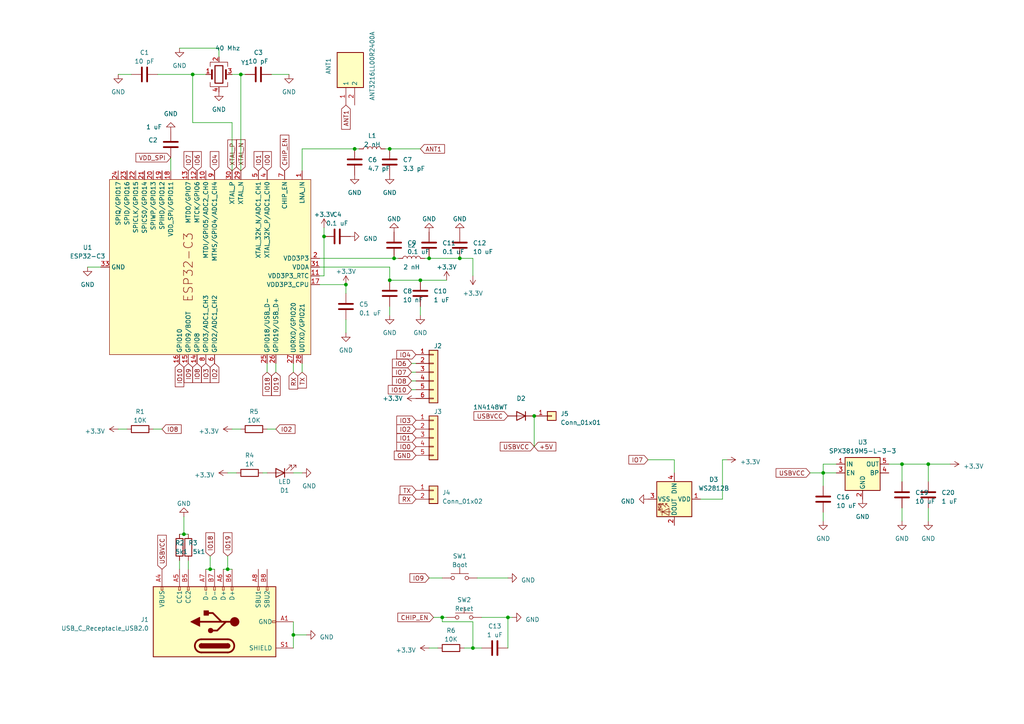
<source format=kicad_sch>
(kicad_sch (version 20230121) (generator eeschema)
  (paper "A4")
  (lib_symbols
    (symbol "Connector:USB_C_Receptacle_USB2.0" (pin_names (offset 1.016))
      (property "Reference" "J" (at -10.16 19.05 0))
      (property "Value" "USB_C_Receptacle_USB2.0" (at 19.05 19.05 0))
      (symbol "USB_C_Receptacle_USB2.0_0_0"
        (rectangle (start -0.254 -17.78) (end 0.254 -16.764))
        (rectangle (start 10.16 -14.986) (end 9.144 -15.494))
        (rectangle (start 10.16 -12.446) (end 9.144 -12.954))
        (rectangle (start 10.16 -4.826) (end 9.144 -5.334))
        (rectangle (start 10.16 -2.286) (end 9.144 -2.794))
        (rectangle (start 10.16 0.254) (end 9.144 -0.254))
        (rectangle (start 10.16 2.794) (end 9.144 2.286))
        (rectangle (start 10.16 7.874) (end 9.144 7.366))
        (rectangle (start 10.16 10.414) (end 9.144 9.906))
        (rectangle (start 10.16 15.494) (end 9.144 14.986))
      )
      (symbol "USB_C_Receptacle_USB2.0_0_1"
        (rectangle (start -10.16 17.78) (end 10.16 -17.78) (stroke (width 0.254)) (fill (type background)))
        (arc (start -8.89 -3.81) (mid -6.985 -5.7067) (end -5.08 -3.81) (stroke (width 0.508)))
        (arc (start -7.62 -3.81) (mid -6.985 -4.4423) (end -6.35 -3.81) (stroke (width 0.254)))
        (arc (start -7.62 -3.81) (mid -6.985 -4.4423) (end -6.35 -3.81) (stroke (width 0.254)) (fill (type outline)))
        (rectangle (start -7.62 -3.81) (end -6.35 3.81) (stroke (width 0.254)) (fill (type outline)))
        (arc (start -6.35 3.81) (mid -6.985 4.4423) (end -7.62 3.81) (stroke (width 0.254)))
        (arc (start -6.35 3.81) (mid -6.985 4.4423) (end -7.62 3.81) (stroke (width 0.254)) (fill (type outline)))
        (arc (start -5.08 3.81) (mid -6.985 5.7067) (end -8.89 3.81) (stroke (width 0.508)))
        (circle (center -2.54 1.143) (radius 0.635) (stroke (width 0.254)) (fill (type outline)))
        (circle (center 0 -5.842) (radius 1.27) (fill (type outline)))
        (polyline (pts (xy -8.89 -3.81) (xy -8.89 3.81)) (stroke (width 0.508)))
        (polyline (pts (xy -5.08 3.81) (xy -5.08 -3.81)) (stroke (width 0.508)))
        (polyline (pts (xy 0 -5.842) (xy 0 4.318)) (stroke (width 0.508)))
        (polyline (pts (xy 0 -3.302) (xy -2.54 -0.762) (xy -2.54 0.508)) (stroke (width 0.508)))
        (polyline (pts (xy 0 -2.032) (xy 2.54 0.508) (xy 2.54 1.778)) (stroke (width 0.508)))
        (polyline (pts (xy -1.27 4.318) (xy 0 6.858) (xy 1.27 4.318) (xy -1.27 4.318)) (stroke (width 0.254)) (fill (type outline)))
        (rectangle (start 1.905 1.778) (end 3.175 3.048) (stroke (width 0.254)) (fill (type outline)))
      )
      (symbol "USB_C_Receptacle_USB2.0_1_1"
        (pin passive line (at 0 -22.86 90) (length 5.08) (name "GND") (number "A1"))
        (pin passive line (at 0 -22.86 90) (length 5.08) hide (name "GND") (number "A12"))
        (pin passive line (at 15.24 15.24 180) (length 5.08) (name "VBUS") (number "A4"))
        (pin bidirectional line (at 15.24 10.16 180) (length 5.08) (name "CC1") (number "A5"))
        (pin bidirectional line (at 15.24 -2.54 180) (length 5.08) (name "D+") (number "A6"))
        (pin bidirectional line (at 15.24 2.54 180) (length 5.08) (name "D-") (number "A7"))
        (pin bidirectional line (at 15.24 -12.7 180) (length 5.08) (name "SBU1") (number "A8"))
        (pin passive line (at 15.24 15.24 180) (length 5.08) hide (name "VBUS") (number "A9"))
        (pin passive line (at 0 -22.86 90) (length 5.08) hide (name "GND") (number "B1"))
        (pin passive line (at 0 -22.86 90) (length 5.08) hide (name "GND") (number "B12"))
        (pin passive line (at 15.24 15.24 180) (length 5.08) hide (name "VBUS") (number "B4"))
        (pin bidirectional line (at 15.24 7.62 180) (length 5.08) (name "CC2") (number "B5"))
        (pin bidirectional line (at 15.24 -5.08 180) (length 5.08) (name "D+") (number "B6"))
        (pin bidirectional line (at 15.24 0 180) (length 5.08) (name "D-") (number "B7"))
        (pin bidirectional line (at 15.24 -15.24 180) (length 5.08) (name "SBU2") (number "B8"))
        (pin passive line (at 15.24 15.24 180) (length 5.08) hide (name "VBUS") (number "B9"))
        (pin passive line (at -7.62 -22.86 90) (length 5.08) (name "SHIELD") (number "S1"))
      )
    )
    (symbol "Connector_Generic:Conn_01x01" (pin_names (offset 1.016) hide)
      (property "Reference" "J" (at 0 2.54 0))
      (property "Value" "Conn_01x01" (at 0 -2.54 0))
      (symbol "Conn_01x01_1_1"
        (rectangle (start -1.27 0.127) (end 0 -0.127) (stroke (width 0.1524)))
        (rectangle (start -1.27 1.27) (end 1.27 -1.27) (stroke (width 0.254)) (fill (type background)))
        (pin passive line (at -5.08 0 0) (length 3.81) (name "Pin_1") (number "1"))
      )
    )
    (symbol "Connector_Generic:Conn_01x05" (pin_names (offset 1.016) hide)
      (property "Reference" "J" (at 0 7.62 0))
      (property "Value" "Conn_01x05" (at 0 -7.62 0))
      (symbol "Conn_01x05_1_1"
        (rectangle (start -1.27 -4.953) (end 0 -5.207) (stroke (width 0.1524)))
        (rectangle (start -1.27 -2.413) (end 0 -2.667) (stroke (width 0.1524)))
        (rectangle (start -1.27 0.127) (end 0 -0.127) (stroke (width 0.1524)))
        (rectangle (start -1.27 2.667) (end 0 2.413) (stroke (width 0.1524)))
        (rectangle (start -1.27 5.207) (end 0 4.953) (stroke (width 0.1524)))
        (rectangle (start -1.27 6.35) (end 1.27 -6.35) (stroke (width 0.254)) (fill (type background)))
        (pin passive line (at -5.08 5.08 0) (length 3.81) (name "Pin_1") (number "1"))
        (pin passive line (at -5.08 2.54 0) (length 3.81) (name "Pin_2") (number "2"))
        (pin passive line (at -5.08 0 0) (length 3.81) (name "Pin_3") (number "3"))
        (pin passive line (at -5.08 -2.54 0) (length 3.81) (name "Pin_4") (number "4"))
        (pin passive line (at -5.08 -5.08 0) (length 3.81) (name "Pin_5") (number "5"))
      )
    )
    (symbol "Connector_Generic:Conn_01x06" (pin_names (offset 1.016) hide)
      (property "Reference" "J" (at 0 7.62 0))
      (property "Value" "Conn_01x06" (at 0 -10.16 0))
      (symbol "Conn_01x06_1_1"
        (rectangle (start -1.27 -7.493) (end 0 -7.747) (stroke (width 0.1524)))
        (rectangle (start -1.27 -4.953) (end 0 -5.207) (stroke (width 0.1524)))
        (rectangle (start -1.27 -2.413) (end 0 -2.667) (stroke (width 0.1524)))
        (rectangle (start -1.27 0.127) (end 0 -0.127) (stroke (width 0.1524)))
        (rectangle (start -1.27 2.667) (end 0 2.413) (stroke (width 0.1524)))
        (rectangle (start -1.27 5.207) (end 0 4.953) (stroke (width 0.1524)))
        (rectangle (start -1.27 6.35) (end 1.27 -8.89) (stroke (width 0.254)) (fill (type background)))
        (pin passive line (at -5.08 5.08 0) (length 3.81) (name "Pin_1") (number "1"))
        (pin passive line (at -5.08 2.54 0) (length 3.81) (name "Pin_2") (number "2"))
        (pin passive line (at -5.08 0 0) (length 3.81) (name "Pin_3") (number "3"))
        (pin passive line (at -5.08 -2.54 0) (length 3.81) (name "Pin_4") (number "4"))
        (pin passive line (at -5.08 -5.08 0) (length 3.81) (name "Pin_5") (number "5"))
        (pin passive line (at -5.08 -7.62 0) (length 3.81) (name "Pin_6") (number "6"))
      )
    )
    (symbol "Device:C" (pin_numbers hide) (pin_names (offset 0.254))
      (property "Reference" "C" (at 0.635 2.54 0))
      (property "Value" "C" (at 0.635 -2.54 0))
      (symbol "C_0_1"
        (polyline (pts (xy -2.032 -0.762) (xy 2.032 -0.762)) (stroke (width 0.508)))
        (polyline (pts (xy -2.032 0.762) (xy 2.032 0.762)) (stroke (width 0.508)))
      )
      (symbol "C_1_1"
        (pin passive line (at 0 3.81 270) (length 2.794) (name "~") (number "1"))
        (pin passive line (at 0 -3.81 90) (length 2.794) (name "~") (number "2"))
      )
    )
    (symbol "Device:Crystal_GND24" (pin_names (offset 1.016) hide)
      (property "Reference" "Y" (at 3.175 5.08 0))
      (property "Value" "Crystal_GND24" (at 3.175 3.175 0))
      (symbol "Crystal_GND24_0_1"
        (rectangle (start -1.143 2.54) (end 1.143 -2.54) (stroke (width 0.3048)))
        (polyline (pts (xy -2.54 0) (xy -2.032 0)))
        (polyline (pts (xy -2.032 -1.27) (xy -2.032 1.27)) (stroke (width 0.508)))
        (polyline (pts (xy 0 -3.81) (xy 0 -3.556)))
        (polyline (pts (xy 0 3.556) (xy 0 3.81)))
        (polyline (pts (xy 2.032 -1.27) (xy 2.032 1.27)) (stroke (width 0.508)))
        (polyline (pts (xy 2.032 0) (xy 2.54 0)))
        (polyline (pts (xy -2.54 -2.286) (xy -2.54 -3.556) (xy 2.54 -3.556) (xy 2.54 -2.286)))
        (polyline (pts (xy -2.54 2.286) (xy -2.54 3.556) (xy 2.54 3.556) (xy 2.54 2.286)))
      )
      (symbol "Crystal_GND24_1_1"
        (pin passive line (at -3.81 0 0) (length 1.27) (name "1") (number "1"))
        (pin passive line (at 0 5.08 270) (length 1.27) (name "2") (number "2"))
        (pin passive line (at 3.81 0 180) (length 1.27) (name "3") (number "3"))
        (pin passive line (at 0 -5.08 90) (length 1.27) (name "4") (number "4"))
      )
    )
    (symbol "Device:L" (pin_numbers hide) (pin_names (offset 1.016) hide)
      (property "Reference" "L" (at -1.27 0 90))
      (property "Value" "L" (at 1.905 0 90))
      (symbol "L_0_1"
        (arc (start 0 -2.54) (mid 0.6323 -1.905) (end 0 -1.27))
        (arc (start 0 -1.27) (mid 0.6323 -0.635) (end 0 0))
        (arc (start 0 0) (mid 0.6323 0.635) (end 0 1.27))
        (arc (start 0 1.27) (mid 0.6323 1.905) (end 0 2.54))
      )
      (symbol "L_1_1"
        (pin passive line (at 0 3.81 270) (length 1.27) (name "1") (number "1"))
        (pin passive line (at 0 -3.81 90) (length 1.27) (name "2") (number "2"))
      )
    )
    (symbol "Device:LED" (pin_numbers hide) (pin_names (offset 1.016) hide)
      (property "Reference" "D" (at 0 2.54 0))
      (property "Value" "LED" (at 0 -2.54 0))
      (symbol "LED_0_1"
        (polyline (pts (xy -1.27 -1.27) (xy -1.27 1.27)) (stroke (width 0.254)))
        (polyline (pts (xy -1.27 0) (xy 1.27 0)))
        (polyline (pts (xy 1.27 -1.27) (xy 1.27 1.27) (xy -1.27 0) (xy 1.27 -1.27)) (stroke (width 0.254)))
        (polyline (pts (xy -3.048 -0.762) (xy -4.572 -2.286) (xy -3.81 -2.286) (xy -4.572 -2.286) (xy -4.572 -1.524)))
        (polyline (pts (xy -1.778 -0.762) (xy -3.302 -2.286) (xy -2.54 -2.286) (xy -3.302 -2.286) (xy -3.302 -1.524)))
      )
      (symbol "LED_1_1"
        (pin passive line (at -3.81 0 0) (length 2.54) (name "K") (number "1"))
        (pin passive line (at 3.81 0 180) (length 2.54) (name "A") (number "2"))
      )
    )
    (symbol "Device:R" (pin_numbers hide) (pin_names (offset 0))
      (property "Reference" "R" (at 2.032 0 90))
      (property "Value" "R" (at 0 0 90))
      (symbol "R_0_1"
        (rectangle (start -1.016 -2.54) (end 1.016 2.54) (stroke (width 0.254)))
      )
      (symbol "R_1_1"
        (pin passive line (at 0 3.81 270) (length 1.27) (name "~") (number "1"))
        (pin passive line (at 0 -3.81 90) (length 1.27) (name "~") (number "2"))
      )
    )
    (symbol "Diode:1N4148WT" (pin_numbers hide) (pin_names hide)
      (property "Reference" "D" (at 0 2.54 0))
      (property "Value" "1N4148WT" (at 0 -2.54 0))
      (symbol "1N4148WT_0_1"
        (polyline (pts (xy -1.27 1.27) (xy -1.27 -1.27)) (stroke (width 0.254)))
        (polyline (pts (xy 1.27 0) (xy -1.27 0)))
        (polyline (pts (xy 1.27 1.27) (xy 1.27 -1.27) (xy -1.27 0) (xy 1.27 1.27)) (stroke (width 0.254)))
      )
      (symbol "1N4148WT_1_1"
        (pin passive line (at -3.81 0 0) (length 2.54) (name "K") (number "1"))
        (pin passive line (at 3.81 0 180) (length 2.54) (name "A") (number "2"))
      )
    )
    (symbol "Espressif:ESP32-C3"
      (property "Reference" "U" (at -25.4 35.56 0))
      (property "Value" "ESP32-C3" (at -25.4 33.02 0))
      (symbol "ESP32-C3_0_0"
        (text "ESP32-C3" (at 0 -5.08 0) (effects (font (size 2.54 2.54))))
        (pin bidirectional line (at -27.94 27.94 0) (length 2.54) (name "LNA_IN") (number "1"))
        (pin bidirectional line (at -27.94 0 0) (length 2.54) (name "MTDI/GPIO5/ADC2_CH0") (number "10"))
        (pin power_in line (at 2.54 33.02 270) (length 2.54) (name "VDD3P3_RTC") (number "11"))
        (pin bidirectional line (at -27.94 -2.54 0) (length 2.54) (name "MTCK/GPIO6") (number "12"))
        (pin bidirectional line (at -27.94 -5.08 0) (length 2.54) (name "MTDO/GPIO7") (number "13"))
        (pin bidirectional line (at 27.94 -2.54 180) (length 2.54) (name "GPIO8") (number "14"))
        (pin bidirectional line (at 27.94 -5.08 180) (length 2.54) (name "GPIO9/BOOT") (number "15"))
        (pin bidirectional line (at 27.94 -7.62 180) (length 2.54) (name "GPIO10") (number "16"))
        (pin power_in line (at 5.08 33.02 270) (length 2.54) (name "VDD3P3_CPU") (number "17"))
        (pin bidirectional line (at -27.94 -10.16 0) (length 2.54) (name "VDD_SPI/GPIO11") (number "18"))
        (pin bidirectional line (at -27.94 -12.7 0) (length 2.54) (name "SPIHD/GPIO12") (number "19"))
        (pin power_in line (at -2.54 33.02 270) (length 2.54) (name "VDD3P3") (number "2"))
        (pin bidirectional line (at -27.94 -15.24 0) (length 2.54) (name "SPIWP/GPIO13") (number "20"))
        (pin bidirectional line (at -27.94 -17.78 0) (length 2.54) (name "SPICS0/GPIO14") (number "21"))
        (pin bidirectional line (at -27.94 -20.32 0) (length 2.54) (name "SPICLK/GPIO15") (number "22"))
        (pin bidirectional line (at -27.94 -22.86 0) (length 2.54) (name "SPID/GPIO16") (number "23"))
        (pin bidirectional line (at -27.94 -25.4 0) (length 2.54) (name "SPIQ/GPIO17") (number "24"))
        (pin bidirectional line (at 27.94 17.78 180) (length 2.54) (name "GPIO18/USB_D-") (number "25"))
        (pin bidirectional line (at 27.94 20.32 180) (length 2.54) (name "GPIO19/USB_D+") (number "26"))
        (pin bidirectional line (at 27.94 25.4 180) (length 2.54) (name "U0RXD/GPIO20") (number "27"))
        (pin bidirectional line (at 27.94 27.94 180) (length 2.54) (name "U0TXD/GPIO21") (number "28"))
        (pin output line (at -27.94 10.16 0) (length 2.54) (name "XTAL_N") (number "29"))
        (pin input line (at -27.94 7.62 0) (length 2.54) (name "XTAL_P") (number "30"))
        (pin power_in line (at 0 33.02 270) (length 2.54) (name "VDDA") (number "31"))
        (pin power_in line (at 0 -30.48 90) (length 2.54) (name "GND") (number "33"))
        (pin output line (at -27.94 17.78 0) (length 2.54) (name "XTAL_32K_P/ADC1_CH0") (number "4"))
        (pin input line (at -27.94 15.24 0) (length 2.54) (name "XTAL_32K_N/ADC1_CH1") (number "5"))
        (pin bidirectional line (at 27.94 2.54 180) (length 2.54) (name "GPIO2/ADC1_CH2") (number "6"))
        (pin input line (at -27.94 22.86 0) (length 2.54) (name "CHIP_EN") (number "7"))
        (pin bidirectional line (at 27.94 0 180) (length 2.54) (name "GPIO3/ADC1_CH3") (number "8"))
        (pin bidirectional line (at -27.94 2.54 0) (length 2.54) (name "MTMS/GPIO4/ADC1_CH4") (number "9"))
      )
      (symbol "ESP32-C3_0_1"
        (rectangle (start -25.4 30.48) (end 25.4 -27.94) (fill (type background)))
        (pin passive line (at -2.54 33.02 270) (length 2.54) hide (name "VDD3P3") (number "3"))
        (pin passive line (at 0 33.02 270) (length 2.54) hide (name "VDDA") (number "32"))
      )
    )
    (symbol "LED:WS2812B" (pin_names (offset 0.254))
      (property "Reference" "D" (at 5.08 5.715 0))
      (property "Value" "WS2812B" (at 1.27 -5.715 0))
      (symbol "WS2812B_0_0"
        (text "RGB" (at 2.286 -4.191 0) (effects (font (size 0.762 0.762))))
      )
      (symbol "WS2812B_0_1"
        (polyline (pts (xy 1.27 -3.556) (xy 1.778 -3.556)))
        (polyline (pts (xy 1.27 -2.54) (xy 1.778 -2.54)))
        (polyline (pts (xy 4.699 -3.556) (xy 2.667 -3.556)))
        (polyline (pts (xy 2.286 -2.54) (xy 1.27 -3.556) (xy 1.27 -3.048)))
        (polyline (pts (xy 2.286 -1.524) (xy 1.27 -2.54) (xy 1.27 -2.032)))
        (polyline (pts (xy 3.683 -1.016) (xy 3.683 -3.556) (xy 3.683 -4.064)))
        (polyline (pts (xy 4.699 -1.524) (xy 2.667 -1.524) (xy 3.683 -3.556) (xy 4.699 -1.524)))
        (rectangle (start 5.08 5.08) (end -5.08 -5.08) (stroke (width 0.254)) (fill (type background)))
      )
      (symbol "WS2812B_1_1"
        (pin power_in line (at 0 7.62 270) (length 2.54) (name "VDD") (number "1"))
        (pin output line (at 7.62 0 180) (length 2.54) (name "DOUT") (number "2"))
        (pin power_in line (at 0 -7.62 90) (length 2.54) (name "VSS") (number "3"))
        (pin input line (at -7.62 0 0) (length 2.54) (name "DIN") (number "4"))
      )
    )
    (symbol "PCM_4ms_Connector:Conn_01x02" (pin_names (offset 1.016) hide)
      (property "Reference" "J" (at 0 2.54 0))
      (property "Value" "Conn_01x02" (at 0 -5.08 0))
      (symbol "Conn_01x02_1_1"
        (rectangle (start -1.27 -2.413) (end 0 -2.667) (stroke (width 0.1524)))
        (rectangle (start -1.27 0.127) (end 0 -0.127) (stroke (width 0.1524)))
        (rectangle (start -1.27 1.27) (end 1.27 -3.81) (stroke (width 0.254)) (fill (type background)))
        (pin passive line (at -5.08 0 0) (length 3.81) (name "Pin_1") (number "1"))
        (pin passive line (at -5.08 -2.54 0) (length 3.81) (name "Pin_2") (number "2"))
      )
    )
    (symbol "PulseAntenna:ANT3216LL00R2400A"
      (property "Reference" "ANT1" (at 6.35 10.795 90))
      (property "Value" "ANT3216LL00R2400A" (at 6.35 8.255 90))
      (symbol "ANT3216LL00R2400A_1_1"
        (rectangle (start 5.08 2.54) (end 15.24 -5.08) (stroke (width 0.254)) (fill (type background)))
        (pin passive line (at 0 0 0) (length 5.08) (name "1") (number "1"))
        (pin passive line (at 0 -2.54 0) (length 5.08) (name "2") (number "2"))
      )
    )
    (symbol "Regulator_Linear:SPX3819M5-L-3-3" (pin_names (offset 0.254))
      (property "Reference" "U" (at -3.81 5.715 0))
      (property "Value" "SPX3819M5-L-3-3" (at 0 5.715 0))
      (symbol "SPX3819M5-L-3-3_0_1"
        (rectangle (start -5.08 4.445) (end 5.08 -5.08) (stroke (width 0.254)) (fill (type background)))
      )
      (symbol "SPX3819M5-L-3-3_1_1"
        (pin power_in line (at -7.62 2.54 0) (length 2.54) (name "IN") (number "1"))
        (pin power_in line (at 0 -7.62 90) (length 2.54) (name "GND") (number "2"))
        (pin input line (at -7.62 0 0) (length 2.54) (name "EN") (number "3"))
        (pin input line (at 7.62 0 180) (length 2.54) (name "BP") (number "4"))
        (pin power_out line (at 7.62 2.54 180) (length 2.54) (name "OUT") (number "5"))
      )
    )
    (symbol "Switch:SW_Push" (pin_numbers hide) (pin_names (offset 1.016) hide)
      (property "Reference" "SW" (at 1.27 2.54 0))
      (property "Value" "SW_Push" (at 0 -1.524 0))
      (symbol "SW_Push_0_1"
        (circle (center -2.032 0) (radius 0.508))
        (polyline (pts (xy 0 1.27) (xy 0 3.048)))
        (polyline (pts (xy 2.54 1.27) (xy -2.54 1.27)))
        (circle (center 2.032 0) (radius 0.508))
        (pin passive line (at -5.08 0 0) (length 2.54) (name "1") (number "1"))
        (pin passive line (at 5.08 0 180) (length 2.54) (name "2") (number "2"))
      )
    )
    (symbol "power:+3.3V" (power) (pin_names (offset 0))
      (property "Value" "+3.3V" (at 0 3.556 0))
      (symbol "+3.3V_0_1"
        (polyline (pts (xy -0.762 1.27) (xy 0 2.54)))
        (polyline (pts (xy 0 0) (xy 0 2.54)))
        (polyline (pts (xy 0 2.54) (xy 0.762 1.27)))
      )
      (symbol "+3.3V_1_1"
        (pin power_in line (at 0 0 90) (length 0) hide (name "+3.3V") (number "1"))
      )
    )
    (symbol "power:GND" (power) (pin_names (offset 0))
      (property "Value" "GND" (at 0 -3.81 0))
      (symbol "GND_0_1"
        (polyline (pts (xy 0 0) (xy 0 -1.27) (xy 1.27 -1.27) (xy 0 -2.54) (xy -1.27 -1.27) (xy 0 -1.27)))
      )
      (symbol "GND_1_1"
        (pin power_in line (at 0 0 270) (length 0) hide (name "GND") (number "1"))
      )
    )
  )
  (junction (at 69.85 21.59))
  (junction (at 100.33 82.55))
  (junction (at 55.88 21.59))
  (junction (at 102.87 43.18))
  (junction (at 114.3 74.93))
  (junction (at 154.94 120.65))
  (junction (at 133.35 74.93))
  (junction (at 53.34 154.94))
  (junction (at 113.03 81.28))
  (junction (at 121.92 81.28))
  (junction (at 128.27 179.07))
  (junction (at 85.09 184.15))
  (junction (at 113.03 43.18))
  (junction (at 147.32 179.07))
  (junction (at 261.62 134.62))
  (junction (at 137.16 187.96))
  (junction (at 60.96 165.1))
  (junction (at 66.04 165.1))
  (junction (at 93.98 68.58))
  (junction (at 238.76 137.16))
  (junction (at 269.24 134.62))
  (junction (at 124.46 74.93))
  (wire (pts (xy 120.65 105.41) (xy 119.38 105.41)))
  (wire (pts (xy 104.14 43.18) (xy 102.87 43.18)))
  (wire (pts (xy 209.55 144.78) (xy 209.55 133.35)))
  (wire (pts (xy 124.46 74.93) (xy 133.35 74.93)))
  (wire (pts (xy 154.94 129.54) (xy 154.94 120.65)))
  (wire (pts (xy 55.88 21.59) (xy 55.88 35.56)))
  (wire (pts (xy 100.33 92.71) (xy 100.33 96.52)))
  (wire (pts (xy 69.85 21.59) (xy 69.85 49.53)))
  (wire (pts (xy 52.07 154.94) (xy 53.34 154.94)))
  (wire (pts (xy 113.03 81.28) (xy 121.92 81.28)))
  (wire (pts (xy 77.47 124.46) (xy 80.01 124.46)))
  (wire (pts (xy 123.19 74.93) (xy 124.46 74.93)))
  (wire (pts (xy 261.62 134.62) (xy 261.62 139.7)))
  (wire (pts (xy 85.09 180.34) (xy 85.09 184.15)))
  (wire (pts (xy 137.16 74.93) (xy 137.16 80.01)))
  (wire (pts (xy 137.16 187.96) (xy 139.7 187.96)))
  (wire (pts (xy 85.09 184.15) (xy 85.09 187.96)))
  (wire (pts (xy 134.62 187.96) (xy 137.16 187.96)))
  (wire (pts (xy 234.95 137.16) (xy 238.76 137.16)))
  (wire (pts (xy 124.46 187.96) (xy 127 187.96)))
  (wire (pts (xy 128.27 179.07) (xy 129.54 179.07)))
  (wire (pts (xy 113.03 77.47) (xy 113.03 81.28)))
  (wire (pts (xy 92.71 80.01) (xy 93.98 80.01)))
  (wire (pts (xy 125.73 179.07) (xy 128.27 179.07)))
  (wire (pts (xy 52.07 13.97) (xy 63.5 13.97)))
  (wire (pts (xy 238.76 137.16) (xy 238.76 140.97)))
  (wire (pts (xy 67.31 21.59) (xy 69.85 21.59)))
  (wire (pts (xy 64.77 165.1) (xy 66.04 165.1)))
  (wire (pts (xy 71.12 21.59) (xy 69.85 21.59)))
  (wire (pts (xy 124.46 167.64) (xy 128.27 167.64)))
  (wire (pts (xy 148.59 179.07) (xy 147.32 179.07)))
  (wire (pts (xy 113.03 43.18) (xy 111.76 43.18)))
  (wire (pts (xy 67.31 49.53) (xy 67.31 35.56)))
  (wire (pts (xy 269.24 151.13) (xy 269.24 147.32)))
  (wire (pts (xy 63.5 13.97) (xy 63.5 16.51)))
  (wire (pts (xy 34.29 124.46) (xy 36.83 124.46)))
  (wire (pts (xy 120.65 107.95) (xy 119.38 107.95)))
  (wire (pts (xy 133.35 74.93) (xy 137.16 74.93)))
  (wire (pts (xy 120.65 113.03) (xy 119.38 113.03)))
  (wire (pts (xy 85.09 137.16) (xy 87.63 137.16)))
  (wire (pts (xy 269.24 134.62) (xy 269.24 139.7)))
  (wire (pts (xy 93.98 68.58) (xy 93.98 80.01)))
  (wire (pts (xy 92.71 74.93) (xy 114.3 74.93)))
  (wire (pts (xy 238.76 134.62) (xy 242.57 134.62)))
  (wire (pts (xy 34.29 21.59) (xy 38.1 21.59)))
  (wire (pts (xy 87.63 105.41) (xy 87.63 107.95)))
  (wire (pts (xy 203.2 144.78) (xy 209.55 144.78)))
  (wire (pts (xy 76.2 137.16) (xy 77.47 137.16)))
  (wire (pts (xy 87.63 43.18) (xy 102.87 43.18)))
  (wire (pts (xy 67.31 35.56) (xy 55.88 35.56)))
  (wire (pts (xy 25.4 77.47) (xy 29.21 77.47)))
  (wire (pts (xy 52.07 162.56) (xy 52.07 165.1)))
  (wire (pts (xy 120.65 110.49) (xy 119.38 110.49)))
  (wire (pts (xy 49.53 45.72) (xy 49.53 49.53)))
  (wire (pts (xy 261.62 147.32) (xy 261.62 151.13)))
  (wire (pts (xy 77.47 105.41) (xy 77.47 107.95)))
  (wire (pts (xy 53.34 154.94) (xy 54.61 154.94)))
  (wire (pts (xy 85.09 105.41) (xy 85.09 107.95)))
  (wire (pts (xy 85.09 184.15) (xy 88.9 184.15)))
  (wire (pts (xy 114.3 74.93) (xy 115.57 74.93)))
  (wire (pts (xy 261.62 134.62) (xy 269.24 134.62)))
  (wire (pts (xy 121.92 43.18) (xy 113.03 43.18)))
  (wire (pts (xy 195.58 137.16) (xy 195.58 133.35)))
  (wire (pts (xy 66.04 137.16) (xy 68.58 137.16)))
  (wire (pts (xy 44.45 124.46) (xy 46.99 124.46)))
  (wire (pts (xy 60.96 165.1) (xy 62.23 165.1)))
  (wire (pts (xy 137.16 180.34) (xy 128.27 180.34)))
  (wire (pts (xy 209.55 133.35) (xy 210.82 133.35)))
  (wire (pts (xy 100.33 82.55) (xy 92.71 82.55)))
  (wire (pts (xy 59.69 165.1) (xy 60.96 165.1)))
  (wire (pts (xy 139.7 179.07) (xy 147.32 179.07)))
  (wire (pts (xy 54.61 162.56) (xy 54.61 165.1)))
  (wire (pts (xy 45.72 21.59) (xy 55.88 21.59)))
  (wire (pts (xy 67.31 124.46) (xy 69.85 124.46)))
  (wire (pts (xy 238.76 148.59) (xy 238.76 151.13)))
  (wire (pts (xy 113.03 88.9) (xy 113.03 91.44)))
  (wire (pts (xy 100.33 82.55) (xy 100.33 85.09)))
  (wire (pts (xy 59.69 21.59) (xy 55.88 21.59)))
  (wire (pts (xy 87.63 43.18) (xy 87.63 49.53)))
  (wire (pts (xy 269.24 134.62) (xy 275.59 134.62)))
  (wire (pts (xy 257.81 134.62) (xy 261.62 134.62)))
  (wire (pts (xy 187.96 133.35) (xy 195.58 133.35)))
  (wire (pts (xy 78.74 21.59) (xy 83.82 21.59)))
  (wire (pts (xy 60.96 161.29) (xy 60.96 165.1)))
  (wire (pts (xy 66.04 165.1) (xy 67.31 165.1)))
  (wire (pts (xy 80.01 105.41) (xy 80.01 107.95)))
  (wire (pts (xy 238.76 134.62) (xy 238.76 137.16)))
  (wire (pts (xy 128.27 180.34) (xy 128.27 179.07)))
  (wire (pts (xy 121.92 88.9) (xy 121.92 91.44)))
  (wire (pts (xy 53.34 149.86) (xy 53.34 154.94)))
  (wire (pts (xy 147.32 187.96) (xy 147.32 179.07)))
  (wire (pts (xy 138.43 167.64) (xy 147.32 167.64)))
  (wire (pts (xy 121.92 81.28) (xy 129.54 81.28)))
  (wire (pts (xy 137.16 187.96) (xy 137.16 180.34)))
  (wire (pts (xy 113.03 77.47) (xy 92.71 77.47)))
  (wire (pts (xy 93.98 66.04) (xy 93.98 68.58)))
  (wire (pts (xy 66.04 161.29) (xy 66.04 165.1)))
  (wire (pts (xy 238.76 137.16) (xy 242.57 137.16)))
  (global_label "IO8" (shape input) (at 46.99 124.46 0) (property "Intersheetrefs" "${INTERSHEET_REFS}" (effects hide)))
  (global_label "IO2" (shape input) (at 80.01 124.46 0) (property "Intersheetrefs" "${INTERSHEET_REFS}" (effects hide)))
  (global_label "CHIP_EN" (shape input) (at 82.55 49.53 90) (property "Intersheetrefs" "${INTERSHEET_REFS}" (effects hide)))
  (global_label "IO10" (shape input) (at 119.38 113.03 180) (property "Intersheetrefs" "${INTERSHEET_REFS}" (effects hide)))
  (global_label "IO6" (shape input) (at 57.15 49.53 90) (property "Intersheetrefs" "${INTERSHEET_REFS}" (effects hide)))
  (global_label "IO3" (shape input) (at 120.65 121.92 180) (property "Intersheetrefs" "${INTERSHEET_REFS}" (effects hide)))
  (global_label "IO4" (shape input) (at 120.65 102.87 180) (property "Intersheetrefs" "${INTERSHEET_REFS}" (effects hide)))
  (global_label "IO7" (shape input) (at 119.38 107.95 180) (property "Intersheetrefs" "${INTERSHEET_REFS}" (effects hide)))
  (global_label "IO9" (shape input) (at 54.61 105.41 270) (property "Intersheetrefs" "${INTERSHEET_REFS}" (effects hide)))
  (global_label "VDD_SPI" (shape input) (at 49.53 45.72 180) (property "Intersheetrefs" "${INTERSHEET_REFS}" (effects hide)))
  (global_label "USBVCC" (shape input) (at 154.94 129.54 180) (property "Intersheetrefs" "${INTERSHEET_REFS}" (effects hide)))
  (global_label "ANT1" (shape input) (at 100.33 30.48 270) (property "Intersheetrefs" "${INTERSHEET_REFS}" (effects hide)))
  (global_label "IO0" (shape input) (at 77.47 49.53 90) (property "Intersheetrefs" "${INTERSHEET_REFS}" (effects hide)))
  (global_label "USBVCC" (shape input) (at 147.32 120.65 180) (property "Intersheetrefs" "${INTERSHEET_REFS}" (effects hide)))
  (global_label "IO18" (shape input) (at 60.96 161.29 90) (property "Intersheetrefs" "${INTERSHEET_REFS}" (effects hide)))
  (global_label "IO10" (shape input) (at 52.07 105.41 270) (property "Intersheetrefs" "${INTERSHEET_REFS}" (effects hide)))
  (global_label "CHIP_EN" (shape input) (at 125.73 179.07 180) (property "Intersheetrefs" "${INTERSHEET_REFS}" (effects hide)))
  (global_label "IO2" (shape input) (at 120.65 124.46 180) (property "Intersheetrefs" "${INTERSHEET_REFS}" (effects hide)))
  (global_label "TX" (shape input) (at 87.63 107.95 270) (property "Intersheetrefs" "${INTERSHEET_REFS}" (effects hide)))
  (global_label "IO7" (shape input) (at 187.96 133.35 180) (property "Intersheetrefs" "${INTERSHEET_REFS}" (effects hide)))
  (global_label "IO3" (shape input) (at 59.69 105.41 270) (property "Intersheetrefs" "${INTERSHEET_REFS}" (effects hide)))
  (global_label "IO8" (shape input) (at 119.38 110.49 180) (property "Intersheetrefs" "${INTERSHEET_REFS}" (effects hide)))
  (global_label "IO6" (shape input) (at 119.38 105.41 180) (property "Intersheetrefs" "${INTERSHEET_REFS}" (effects hide)))
  (global_label "USBVCC" (shape input) (at 234.95 137.16 180) (property "Intersheetrefs" "${INTERSHEET_REFS}" (effects hide)))
  (global_label "IO1" (shape input) (at 120.65 127 180) (property "Intersheetrefs" "${INTERSHEET_REFS}" (effects hide)))
  (global_label "IO19" (shape input) (at 66.04 161.29 90) (property "Intersheetrefs" "${INTERSHEET_REFS}" (effects hide)))
  (global_label "ANT1" (shape input) (at 121.92 43.18 0) (property "Intersheetrefs" "${INTERSHEET_REFS}" (effects hide)))
  (global_label "IO2" (shape input) (at 62.23 105.41 270) (property "Intersheetrefs" "${INTERSHEET_REFS}" (effects hide)))
  (global_label "USBVCC" (shape input) (at 46.99 165.1 90) (property "Intersheetrefs" "${INTERSHEET_REFS}" (effects hide)))
  (global_label "IO7" (shape input) (at 54.61 49.53 90) (property "Intersheetrefs" "${INTERSHEET_REFS}" (effects hide)))
  (global_label "TX" (shape input) (at 120.65 142.24 180) (property "Intersheetrefs" "${INTERSHEET_REFS}" (effects hide)))
  (global_label "IO0" (shape input) (at 120.65 129.54 180) (property "Intersheetrefs" "${INTERSHEET_REFS}" (effects hide)))
  (global_label "IO18" (shape input) (at 77.47 107.95 270) (property "Intersheetrefs" "${INTERSHEET_REFS}" (effects hide)))
  (global_label "+5V" (shape input) (at 154.94 129.54 0) (property "Intersheetrefs" "${INTERSHEET_REFS}" (effects hide)))
  (global_label "XTAL_P" (shape input) (at 67.31 49.53 90) (property "Intersheetrefs" "${INTERSHEET_REFS}" (effects hide)))
  (global_label "RX" (shape input) (at 120.65 144.78 180) (property "Intersheetrefs" "${INTERSHEET_REFS}" (effects hide)))
  (global_label "IO9" (shape input) (at 124.46 167.64 180) (property "Intersheetrefs" "${INTERSHEET_REFS}" (effects hide)))
  (global_label "IO1" (shape input) (at 74.93 49.53 90) (property "Intersheetrefs" "${INTERSHEET_REFS}" (effects hide)))
  (global_label "RX" (shape input) (at 85.09 107.95 270) (property "Intersheetrefs" "${INTERSHEET_REFS}" (effects hide)))
  (global_label "IO19" (shape input) (at 80.01 107.95 270) (property "Intersheetrefs" "${INTERSHEET_REFS}" (effects hide)))
  (global_label "IO8" (shape input) (at 57.15 105.41 270) (property "Intersheetrefs" "${INTERSHEET_REFS}" (effects hide)))
  (global_label "GND" (shape input) (at 120.65 132.08 180) (property "Intersheetrefs" "${INTERSHEET_REFS}" (effects hide)))
  (global_label "IO4" (shape input) (at 62.23 49.53 90) (property "Intersheetrefs" "${INTERSHEET_REFS}" (effects hide)))
  (global_label "XTAL_N" (shape input) (at 69.85 49.53 90) (property "Intersheetrefs" "${INTERSHEET_REFS}" (effects hide)))
  (symbol (lib_id "Switch:SW_Push") (at 133.35 167.64 0) (unit 1)
    (property "Reference" "SW1" (at 133.35 161.29 0))
    (property "Value" "Boot" (at 133.35 163.83 0))
    (property "Footprint" "Button_Switch_SMD:SW_Push_1P1T_NO_CK_KMR2" (effects hide))
  )
  (symbol (lib_id "Device:C") (at 114.3 71.12 0) (unit 1)
    (property "Reference" "C9" (at 118.11 70.485 0) (effects (justify left)))
    (property "Value" "0.1 uF" (at 118.11 73.025 0) (effects (justify left)))
    (property "Footprint" "Capacitor_SMD:C_0402_1005Metric" (effects hide))
  )
  (symbol (lib_id "power:+3.3V") (at 129.54 81.28 0) (unit 1)
    (property "Reference" "#PWR025" (effects hide))
    (property "Value" "+3.3V" (at 129.54 77.47 0))
  )
  (symbol (lib_id "Device:R") (at 130.81 187.96 270) (unit 1)
    (property "Reference" "R6" (at 130.81 182.88 90))
    (property "Value" "10K" (at 130.81 185.42 90))
    (property "Footprint" "Resistor_SMD:R_0402_1005Metric" (effects hide))
  )
  (symbol (lib_id "power:+3.3V") (at 66.04 137.16 90) (unit 1)
    (property "Reference" "#PWR08" (effects hide))
    (property "Value" "+3.3V" (at 62.23 137.795 90) (effects (justify left)))
  )
  (symbol (lib_id "Device:C") (at 269.24 143.51 0) (unit 1)
    (property "Reference" "C20" (at 273.05 142.875 0) (effects (justify left)))
    (property "Value" "1 uF" (at 273.05 145.415 0) (effects (justify left)))
    (property "Footprint" "Capacitor_SMD:C_0402_1005Metric" (effects hide))
  )
  (symbol (lib_id "LED:WS2812B") (at 195.58 144.78 270) (unit 1)
    (property "Reference" "D3" (at 207.01 139.0903 90))
    (property "Value" "WS2812B" (at 207.01 141.6303 90))
    (property "Footprint" "LED_SMD:LED_WS2812B-2020_PLCC4_2.0x2.0mm" (effects hide))
    (property "Datasheet" "https://cdn-shop.adafruit.com/datasheets/WS2812B.pdf" (effects hide))
  )
  (symbol (lib_id "power:GND") (at 238.76 151.13 0) (unit 1)
    (property "Reference" "#PWR042" (effects hide))
    (property "Value" "GND" (at 238.76 156.21 0))
  )
  (symbol (lib_id "Device:Crystal_GND24") (at 63.5 21.59 0) (unit 1)
    (property "Reference" "Y1" (at 71.12 18.1611 0))
    (property "Value" "40 Mhz" (at 66.04 13.97 0))
    (property "Footprint" "Crystal:Crystal_SMD_2016-4Pin_2.0x1.6mm" (effects hide))
  )
  (symbol (lib_id "Regulator_Linear:SPX3819M5-L-3-3") (at 250.19 137.16 0) (unit 1)
    (property "Reference" "U3" (at 250.19 128.27 0))
    (property "Value" "SPX3819M5-L-3-3" (at 250.19 130.81 0))
    (property "Footprint" "Package_TO_SOT_SMD:SOT-23-5" (effects hide))
    (property "Datasheet" "https://www.exar.com/content/document.ashx?id=22106&languageid=1033&type=Datasheet&partnumber=SPX3819&filename=SPX3819.pdf&part=SPX3819" (effects hide))
  )
  (symbol (lib_id "power:GND") (at 53.34 149.86 180) (unit 1)
    (property "Reference" "#PWR06" (effects hide))
    (property "Value" "GND" (at 53.34 146.05 0))
  )
  (symbol (lib_id "power:GND") (at 113.03 91.44 0) (unit 1)
    (property "Reference" "#PWR019" (effects hide))
    (property "Value" "GND" (at 113.03 96.52 0))
  )
  (symbol (lib_id "power:GND") (at 261.62 151.13 0) (unit 1)
    (property "Reference" "#PWR045" (effects hide))
    (property "Value" "GND" (at 261.62 156.21 0))
  )
  (symbol (lib_id "Connector_Generic:Conn_01x01") (at 160.02 120.65 0) (unit 1)
    (property "Reference" "J5" (at 162.56 120.015 0) (effects (justify left)))
    (property "Value" "Conn_01x01" (at 162.56 122.555 0) (effects (justify left)))
    (property "Footprint" "Connector_PinHeader_2.54mm:PinHeader_1x01_P2.54mm_Vertical" (effects hide))
  )
  (symbol (lib_id "Device:C") (at 113.03 85.09 0) (unit 1)
    (property "Reference" "C8" (at 116.84 84.455 0) (effects (justify left)))
    (property "Value" "10 nF" (at 116.84 86.995 0) (effects (justify left)))
    (property "Footprint" "Capacitor_SMD:C_0402_1005Metric" (effects hide))
  )
  (symbol (lib_id "Connector:USB_C_Receptacle_USB2.0") (at 62.23 180.34 90) (unit 1)
    (property "Reference" "J1" (at 43.18 179.705 90) (effects (justify left)))
    (property "Value" "USB_C_Receptacle_USB2.0" (at 43.18 182.245 90) (effects (justify left)))
    (property "Footprint" "Connector_USB:USB_C_Receptacle_Palconn_UTC16-G" (effects hide))
    (property "Datasheet" "https://www.usb.org/sites/default/files/documents/usb_type-c.zip" (effects hide))
  )
  (symbol (lib_id "Device:C") (at 41.91 21.59 270) (unit 1)
    (property "Reference" "C1" (at 41.91 15.24 90))
    (property "Value" "10 pF" (at 41.91 17.78 90))
    (property "Footprint" "Capacitor_SMD:C_0402_1005Metric" (effects hide))
  )
  (symbol (lib_id "Device:C") (at 124.46 71.12 0) (unit 1)
    (property "Reference" "C11" (at 128.27 70.485 0) (effects (justify left)))
    (property "Value" "0.1 uF" (at 128.27 73.025 0) (effects (justify left)))
    (property "Footprint" "Capacitor_SMD:C_0402_1005Metric" (effects hide))
  )
  (symbol (lib_id "Device:C") (at 97.79 68.58 90) (unit 1)
    (property "Reference" "C4" (at 97.79 62.23 90))
    (property "Value" "0.1 uF" (at 97.79 64.77 90))
    (property "Footprint" "Capacitor_SMD:C_0402_1005Metric" (effects hide))
  )
  (symbol (lib_id "power:GND") (at 25.4 77.47 0) (unit 1)
    (property "Reference" "#PWR01" (effects hide))
    (property "Value" "GND" (at 25.4 82.55 0))
  )
  (symbol (lib_id "power:+3.3V") (at 124.46 187.96 90) (unit 1)
    (property "Reference" "#PWR024" (effects hide))
    (property "Value" "+3.3V" (at 120.65 188.595 90) (effects (justify left)))
  )
  (symbol (lib_id "power:GND") (at 187.96 144.78 270) (unit 1)
    (property "Reference" "#PWR036" (effects hide))
    (property "Value" "GND" (at 184.15 145.415 90) (effects (justify right)))
  )
  (symbol (lib_id "power:+3.3V") (at 34.29 124.46 90) (unit 1)
    (property "Reference" "#PWR03" (effects hide))
    (property "Value" "+3.3V" (at 30.48 125.095 90) (effects (justify left)))
  )
  (symbol (lib_id "power:GND") (at 83.82 21.59 0) (unit 1)
    (property "Reference" "#PWR010" (effects hide))
    (property "Value" "GND" (at 83.82 26.67 0))
  )
  (symbol (lib_id "Device:C") (at 121.92 85.09 0) (unit 1)
    (property "Reference" "C10" (at 125.73 84.455 0) (effects (justify left)))
    (property "Value" "1 uF" (at 125.73 86.995 0) (effects (justify left)))
    (property "Footprint" "Capacitor_SMD:C_0402_1005Metric" (effects hide))
  )
  (symbol (lib_id "power:GND") (at 102.87 50.8 0) (unit 1)
    (property "Reference" "#PWR017" (effects hide))
    (property "Value" "GND" (at 102.87 55.88 0))
  )
  (symbol (lib_id "Device:C") (at 261.62 143.51 0) (unit 1)
    (property "Reference" "C19" (at 265.43 142.875 0) (effects (justify left)))
    (property "Value" "10 uF" (at 265.43 145.415 0) (effects (justify left)))
    (property "Footprint" "Capacitor_SMD:C_0603_1608Metric" (effects hide))
  )
  (symbol (lib_id "power:GND") (at 63.5 26.67 0) (unit 1)
    (property "Reference" "#PWR07" (effects hide))
    (property "Value" "GND" (at 63.5 31.75 0))
  )
  (symbol (lib_id "power:GND") (at 52.07 13.97 0) (unit 1)
    (property "Reference" "#PWR05" (effects hide))
    (property "Value" "GND" (at 52.07 19.05 0))
  )
  (symbol (lib_id "power:GND") (at 49.53 38.1 180) (unit 1)
    (property "Reference" "#PWR04" (effects hide))
    (property "Value" "GND" (at 49.53 33.02 0))
  )
  (symbol (lib_id "PCM_4ms_Connector:Conn_01x02") (at 125.73 142.24 0) (unit 1)
    (property "Reference" "J4" (at 128.27 142.875 0) (effects (justify left)))
    (property "Value" "Conn_01x02" (at 128.27 145.415 0) (effects (justify left)))
    (property "Footprint" "Connector_PinHeader_2.54mm:PinHeader_1x02_P2.54mm_Vertical" (effects hide))
    (property "Specifications" "Pins_01x02, Header, Male Pins, 1*2, spacing 2.54mm, straight pin" (effects hide))
    (property "Manufacturer" "TAD" (effects hide))
    (property "Part Number" "1-0201FBV0T" (effects hide))
  )
  (symbol (lib_id "power:GND") (at 101.6 68.58 90) (unit 1)
    (property "Reference" "#PWR016" (effects hide))
    (property "Value" "GND" (at 105.41 69.215 90) (effects (justify right)))
  )
  (symbol (lib_id "Device:R") (at 54.61 158.75 0) (unit 1)
    (property "Reference" "R3" (at 54.61 157.48 0) (effects (justify left)))
    (property "Value" "5k1" (at 55.88 160.02 0) (effects (justify left)))
    (property "Footprint" "Resistor_SMD:R_0402_1005Metric" (effects hide))
  )
  (symbol (lib_id "Device:LED") (at 81.28 137.16 180) (unit 1)
    (property "Reference" "D1" (at 82.55 142.24 0))
    (property "Value" "LED" (at 82.55 139.7 0))
    (property "Footprint" "LED_SMD:LED_0402_1005Metric" (effects hide))
  )
  (symbol (lib_id "power:GND") (at 121.92 91.44 0) (unit 1)
    (property "Reference" "#PWR022" (effects hide))
    (property "Value" "GND" (at 121.92 96.52 0))
  )
  (symbol (lib_id "Device:C") (at 113.03 46.99 0) (unit 1)
    (property "Reference" "C7" (at 116.84 46.355 0) (effects (justify left)))
    (property "Value" "3.3 pF" (at 116.84 48.895 0) (effects (justify left)))
    (property "Footprint" "Capacitor_SMD:C_0402_1005Metric" (effects hide))
  )
  (symbol (lib_id "Device:R") (at 73.66 124.46 270) (unit 1)
    (property "Reference" "R5" (at 73.66 119.38 90))
    (property "Value" "10K" (at 73.66 121.92 90))
    (property "Footprint" "Resistor_SMD:R_0402_1005Metric" (effects hide))
  )
  (symbol (lib_id "Device:C") (at 133.35 71.12 0) (unit 1)
    (property "Reference" "C12" (at 137.16 70.485 0) (effects (justify left)))
    (property "Value" "10 uF" (at 137.16 73.025 0) (effects (justify left)))
    (property "Footprint" "Capacitor_SMD:C_0603_1608Metric" (effects hide))
  )
  (symbol (lib_id "power:+3.3V") (at 275.59 134.62 270) (unit 1)
    (property "Reference" "#PWR049" (effects hide))
    (property "Value" "+3.3V" (at 279.4 135.255 90) (effects (justify left)))
  )
  (symbol (lib_id "Device:L") (at 107.95 43.18 90) (unit 1)
    (property "Reference" "L1" (at 107.95 39.37 90))
    (property "Value" "2 nH" (at 107.95 41.91 90))
    (property "Footprint" "Inductor_SMD:L_0402_1005Metric" (effects hide))
  )
  (symbol (lib_id "power:GND") (at 88.9 184.15 90) (unit 1)
    (property "Reference" "#PWR012" (effects hide))
    (property "Value" "GND" (at 92.71 184.785 90) (effects (justify right)))
  )
  (symbol (lib_id "power:+3.3V") (at 100.33 82.55 0) (unit 1)
    (property "Reference" "#PWR014" (effects hide))
    (property "Value" "+3.3V" (at 100.33 78.74 0))
  )
  (symbol (lib_id "Device:R") (at 40.64 124.46 270) (unit 1)
    (property "Reference" "R1" (at 40.64 119.38 90))
    (property "Value" "10K" (at 40.64 121.92 90))
    (property "Footprint" "Resistor_SMD:R_0402_1005Metric" (effects hide))
  )
  (symbol (lib_id "Diode:1N4148WT") (at 151.13 120.65 0) (mirror y) (unit 1)
    (property "Reference" "D2" (at 151.13 115.57 0))
    (property "Value" "1N4148WT" (at 142.24 118.11 0))
    (property "Footprint" "Diode_SMD:D_SOD-523" (effects hide))
    (property "Datasheet" "https://www.diodes.com/assets/Datasheets/ds30396.pdf" (effects hide))
    (property "Sim.Device" "D" (effects hide))
    (property "Sim.Pins" "1=K 2=A" (effects hide))
  )
  (symbol (lib_id "power:GND") (at 269.24 151.13 0) (unit 1)
    (property "Reference" "#PWR048" (effects hide))
    (property "Value" "GND" (at 269.24 156.21 0))
  )
  (symbol (lib_id "power:GND") (at 148.59 179.07 90) (unit 1)
    (property "Reference" "#PWR030" (effects hide))
    (property "Value" "GND" (at 152.4 179.705 90) (effects (justify right)))
  )
  (symbol (lib_id "Device:R") (at 72.39 137.16 270) (unit 1)
    (property "Reference" "R4" (at 72.39 132.08 90))
    (property "Value" "1K" (at 72.39 134.62 90))
    (property "Footprint" "Resistor_SMD:R_0402_1005Metric" (effects hide))
  )
  (symbol (lib_id "power:GND") (at 147.32 167.64 90) (unit 1)
    (property "Reference" "#PWR028" (effects hide))
    (property "Value" "GND" (at 151.13 168.275 90) (effects (justify right)))
  )
  (symbol (lib_id "power:GND") (at 133.35 67.31 180) (unit 1)
    (property "Reference" "#PWR026" (effects hide))
    (property "Value" "GND" (at 133.35 63.5 0))
  )
  (symbol (lib_id "Device:R") (at 52.07 158.75 0) (unit 1)
    (property "Reference" "R2" (at 50.8 157.48 0) (effects (justify left)))
    (property "Value" "5k1" (at 50.8 160.02 0) (effects (justify left)))
    (property "Footprint" "Resistor_SMD:R_0402_1005Metric" (effects hide))
  )
  (symbol (lib_id "power:+3.3V") (at 210.82 133.35 270) (unit 1)
    (property "Reference" "#PWR039" (effects hide))
    (property "Value" "+3.3V" (at 214.63 133.985 90) (effects (justify left)))
  )
  (symbol (lib_id "Device:C") (at 74.93 21.59 270) (unit 1)
    (property "Reference" "C3" (at 74.93 15.24 90))
    (property "Value" "10 pF" (at 74.93 17.78 90))
    (property "Footprint" "Capacitor_SMD:C_0402_1005Metric" (effects hide))
  )
  (symbol (lib_id "power:GND") (at 100.33 96.52 0) (unit 1)
    (property "Reference" "#PWR015" (effects hide))
    (property "Value" "GND" (at 100.33 101.6 0))
  )
  (symbol (lib_id "power:+3.3V") (at 120.65 115.57 90) (unit 1)
    (property "Reference" "#PWR021" (effects hide))
    (property "Value" "+3.3V" (at 116.84 115.57 90) (effects (justify left)))
  )
  (symbol (lib_id "Device:C") (at 100.33 88.9 0) (unit 1)
    (property "Reference" "C5" (at 104.14 88.265 0) (effects (justify left)))
    (property "Value" "0.1 uF" (at 104.14 90.805 0) (effects (justify left)))
    (property "Footprint" "Capacitor_SMD:C_0402_1005Metric" (effects hide))
  )
  (symbol (lib_id "Device:C") (at 143.51 187.96 90) (unit 1)
    (property "Reference" "C13" (at 143.51 181.61 90))
    (property "Value" "1 uF" (at 143.51 184.15 90))
    (property "Footprint" "Capacitor_SMD:C_0402_1005Metric" (effects hide))
  )
  (symbol (lib_id "PulseAntenna:ANT3216LL00R2400A") (at 100.33 30.48 90) (unit 1)
    (property "Reference" "ANT1" (at 95.25 21.59 0) (effects (justify left)))
    (property "Value" "ANT3216LL00R2400A" (at 107.95 29.21 0) (effects (justify left)))
    (property "Footprint" "PulseAntFoot:ANT3216LL00R2400A" (effects hide))
    (property "Height" "1.35" (effects hide))
    (property "Mouser Part Number" "603-ANT3216LL00R2400" (effects hide))
    (property "Mouser Price/Stock" "https://www.mouser.co.uk/ProductDetail/Pulse-Electronics/ANT3216LL00R2400A?qs=VAB4DzKv5wVywAIgVVebaA%3D%3D" (effects hide))
    (property "Manufacturer_Name" "Pulse" (effects hide))
    (property "Manufacturer_Part_Number" "ANT3216LL00R2400A" (effects hide))
  )
  (symbol (lib_id "power:GND") (at 113.03 50.8 0) (unit 1)
    (property "Reference" "#PWR018" (effects hide))
    (property "Value" "GND" (at 113.03 55.88 0))
  )
  (symbol (lib_id "power:+3.3V") (at 67.31 124.46 90) (unit 1)
    (property "Reference" "#PWR09" (effects hide))
    (property "Value" "+3.3V" (at 63.5 125.095 90) (effects (justify left)))
  )
  (symbol (lib_id "Connector_Generic:Conn_01x05") (at 125.73 127 0) (unit 1)
    (property "Reference" "J3" (at 127 119.38 0))
    (property "Value" "Conn_02x04_Top_Bottom" (effects hide))
    (property "Footprint" "Connector_PinHeader_2.54mm:PinHeader_1x05_P2.54mm_Vertical" (effects hide))
  )
  (symbol (lib_id "Switch:SW_Push") (at 134.62 179.07 0) (unit 1)
    (property "Reference" "SW2" (at 134.62 173.99 0))
    (property "Value" "Reset" (at 134.62 176.53 0))
    (property "Footprint" "Button_Switch_SMD:SW_Push_1P1T_NO_CK_KMR2" (effects hide))
  )
  (symbol (lib_id "Device:C") (at 102.87 46.99 0) (unit 1)
    (property "Reference" "C6" (at 106.68 46.355 0) (effects (justify left)))
    (property "Value" "4.7 pF" (at 106.68 48.895 0) (effects (justify left)))
    (property "Footprint" "Capacitor_SMD:C_0402_1005Metric" (effects hide))
  )
  (symbol (lib_id "power:GND") (at 87.63 137.16 90) (unit 1)
    (property "Reference" "#PWR011" (effects hide))
    (property "Value" "GND" (at 87.63 140.97 90) (effects (justify right)))
  )
  (symbol (lib_id "Device:L") (at 119.38 74.93 90) (unit 1)
    (property "Reference" "L2" (at 119.38 71.12 90))
    (property "Value" "2 nH" (at 119.38 77.47 90))
    (property "Footprint" "Inductor_SMD:L_0402_1005Metric" (effects hide))
  )
  (symbol (lib_id "Espressif:ESP32-C3") (at 59.69 77.47 270) (unit 1)
    (property "Reference" "U1" (at 25.4 71.7803 90))
    (property "Value" "ESP32-C3" (at 25.4 74.3203 90))
    (property "Footprint" "Package_DFN_QFN:QFN-32-1EP_5x5mm_P0.5mm_EP3.45x3.45mm" (effects hide))
    (property "Datasheet" "https://www.espressif.com/sites/default/files/documentation/esp32-c3_datasheet_en.pdf" (effects hide))
  )
  (symbol (lib_id "power:GND") (at 34.29 21.59 0) (unit 1)
    (property "Reference" "#PWR02" (effects hide))
    (property "Value" "GND" (at 34.29 26.67 0))
  )
  (symbol (lib_id "Connector_Generic:Conn_01x06") (at 125.73 107.95 0) (unit 1)
    (property "Reference" "J2" (at 127 100.33 0))
    (property "Value" "Conn_02x04_Top_Bottom" (effects hide))
    (property "Footprint" "Connector_PinHeader_2.54mm:PinHeader_1x06_P2.54mm_Vertical" (effects hide))
  )
  (symbol (lib_id "Device:C") (at 49.53 41.91 180) (unit 1)
    (property "Reference" "C2" (at 45.72 40.64 0) (effects (justify left)))
    (property "Value" "1 uF" (at 46.99 36.83 0) (effects (justify left)))
    (property "Footprint" "Capacitor_SMD:C_0402_1005Metric" (effects hide))
  )
  (symbol (lib_id "Device:C") (at 238.76 144.78 0) (unit 1)
    (property "Reference" "C16" (at 242.57 144.145 0) (effects (justify left)))
    (property "Value" "10 uF" (at 242.57 146.685 0) (effects (justify left)))
    (property "Footprint" "Capacitor_SMD:C_0603_1608Metric" (effects hide))
  )
  (symbol (lib_id "power:GND") (at 114.3 67.31 180) (unit 1)
    (property "Reference" "#PWR020" (effects hide))
    (property "Value" "GND" (at 114.3 63.5 0))
  )
  (symbol (lib_id "power:GND") (at 250.19 144.78 0) (unit 1)
    (property "Reference" "#PWR044" (effects hide))
    (property "Value" "GND" (at 250.19 149.86 0))
  )
  (symbol (lib_id "power:GND") (at 124.46 67.31 180) (unit 1)
    (property "Reference" "#PWR023" (effects hide))
    (property "Value" "GND" (at 124.46 63.5 0))
  )
  (symbol (lib_id "power:+3.3V") (at 93.98 66.04 0) (unit 1)
    (property "Reference" "#PWR013" (effects hide))
    (property "Value" "+3.3V" (at 93.98 62.23 0))
  )
  (symbol (lib_id "power:+3.3V") (at 137.16 80.01 180) (unit 1)
    (property "Reference" "#PWR027" (effects hide))
    (property "Value" "+3.3V" (at 137.16 85.09 0))
  )
)
</source>
